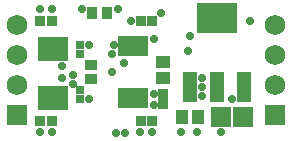
<source format=gbr>
%TF.GenerationSoftware,Altium Limited,Altium Designer,19.1.7 (138)*%
G04 Layer_Color=16711935*
%FSLAX26Y26*%
%MOIN*%
%TF.FileFunction,Soldermask,Bot*%
%TF.Part,Single*%
G01*
G75*
%TA.AperFunction,SMDPad,CuDef*%
%ADD39R,0.035559X0.041465*%
%ADD40R,0.032409X0.033984*%
%ADD41R,0.037921X0.036346*%
%ADD42R,0.041465X0.035559*%
%ADD43R,0.028472X0.030047*%
%ADD44R,0.045402X0.041465*%
%ADD45R,0.041465X0.045402*%
%ADD46R,0.069024X0.069024*%
%ADD47R,0.021000X0.067000*%
%ADD48R,0.102488X0.082803*%
%TA.AperFunction,ConnectorPad*%
%ADD49R,0.047370X0.102488*%
%ADD50R,0.137921X0.102488*%
%TA.AperFunction,ComponentPad*%
%ADD51C,0.069024*%
%ADD52R,0.069024X0.069024*%
%TA.AperFunction,ViaPad*%
%ADD53C,0.028000*%
D39*
X1320000Y1415394D02*
D03*
X1369213D02*
D03*
D40*
X1555000Y1147323D02*
D03*
Y1112677D02*
D03*
D41*
X1519291Y1390000D02*
D03*
X1480709D02*
D03*
X1184291D02*
D03*
X1145709D02*
D03*
X1480709Y1055000D02*
D03*
X1519291D02*
D03*
X1145709D02*
D03*
X1184291D02*
D03*
D42*
X1315000Y1244606D02*
D03*
Y1195394D02*
D03*
D43*
X1280000Y1129646D02*
D03*
Y1160354D02*
D03*
Y1310354D02*
D03*
Y1279646D02*
D03*
D44*
X1555000Y1198425D02*
D03*
Y1251575D02*
D03*
D45*
X1618425Y1070000D02*
D03*
X1671575D02*
D03*
D46*
X1821417D02*
D03*
X1748583D02*
D03*
D47*
X1494000Y1134000D02*
D03*
X1475000D02*
D03*
X1455000D02*
D03*
X1435000D02*
D03*
X1416000D02*
D03*
Y1306000D02*
D03*
X1435000D02*
D03*
X1455000D02*
D03*
X1475000D02*
D03*
X1494000D02*
D03*
D48*
X1190000Y1134291D02*
D03*
Y1295709D02*
D03*
D49*
X1825551Y1170000D02*
D03*
X1735000D02*
D03*
X1644449D02*
D03*
D50*
X1735000Y1398347D02*
D03*
D51*
X1070000Y1175000D02*
D03*
X1930000D02*
D03*
Y1275000D02*
D03*
Y1375000D02*
D03*
X1070000Y1275000D02*
D03*
Y1375000D02*
D03*
D52*
X1930000Y1075000D02*
D03*
X1070000D02*
D03*
D53*
X1391063Y1311063D02*
D03*
X1310000Y1310000D02*
D03*
Y1130000D02*
D03*
X1525250Y1147323D02*
D03*
X1525000Y1110000D02*
D03*
X1845000Y1390000D02*
D03*
X1645000Y1340000D02*
D03*
X1640000Y1290000D02*
D03*
X1550000Y1415000D02*
D03*
X1450000Y1390000D02*
D03*
X1405000Y1430000D02*
D03*
X1185000D02*
D03*
X1145000D02*
D03*
Y1020000D02*
D03*
X1185000D02*
D03*
X1480000D02*
D03*
X1520000D02*
D03*
X1615000D02*
D03*
X1670000D02*
D03*
X1750000D02*
D03*
X1785000Y1130000D02*
D03*
X1685000Y1200000D02*
D03*
Y1170000D02*
D03*
Y1140000D02*
D03*
X1285000Y1430000D02*
D03*
X1255000Y1180000D02*
D03*
Y1210000D02*
D03*
X1430000Y1015000D02*
D03*
X1400000D02*
D03*
X1220000Y1200000D02*
D03*
Y1240000D02*
D03*
X1385000Y1220000D02*
D03*
X1425000Y1250000D02*
D03*
X1385000Y1280000D02*
D03*
X1525000Y1330000D02*
D03*
%TF.MD5,eae9d27e1f1bf11931fc7423cd2f425a*%
M02*

</source>
